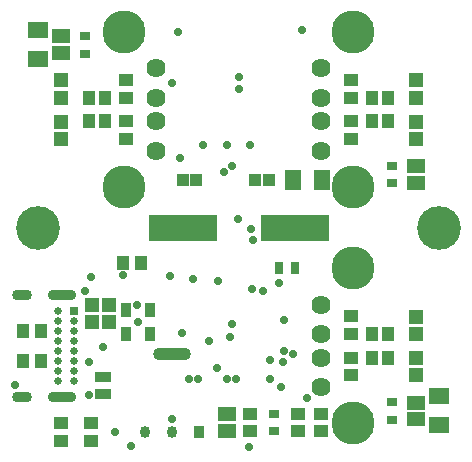
<source format=gbs>
G04*
G04 #@! TF.GenerationSoftware,Altium Limited,Altium Designer,21.0.9 (235)*
G04*
G04 Layer_Color=16711935*
%FSLAX25Y25*%
%MOIN*%
G70*
G04*
G04 #@! TF.SameCoordinates,DF5498ED-4C10-4E6D-B319-6E78A4A4F47C*
G04*
G04*
G04 #@! TF.FilePolarity,Negative*
G04*
G01*
G75*
%ADD19R,0.04737X0.03950*%
%ADD24R,0.03950X0.04540*%
%ADD28C,0.14580*%
%ADD29C,0.06391*%
%ADD30C,0.14383*%
%ADD31C,0.02559*%
%ADD32R,0.02559X0.02559*%
G04:AMPARAMS|DCode=33|XSize=35.43mil|YSize=94.49mil|CornerRadius=17.72mil|HoleSize=0mil|Usage=FLASHONLY|Rotation=270.000|XOffset=0mil|YOffset=0mil|HoleType=Round|Shape=RoundedRectangle|*
%AMROUNDEDRECTD33*
21,1,0.03543,0.05906,0,0,270.0*
21,1,0.00000,0.09449,0,0,270.0*
1,1,0.03543,-0.02953,0.00000*
1,1,0.03543,-0.02953,0.00000*
1,1,0.03543,0.02953,0.00000*
1,1,0.03543,0.02953,0.00000*
%
%ADD33ROUNDEDRECTD33*%
G04:AMPARAMS|DCode=34|XSize=35.43mil|YSize=66.93mil|CornerRadius=17.72mil|HoleSize=0mil|Usage=FLASHONLY|Rotation=270.000|XOffset=0mil|YOffset=0mil|HoleType=Round|Shape=RoundedRectangle|*
%AMROUNDEDRECTD34*
21,1,0.03543,0.03150,0,0,270.0*
21,1,0.00000,0.06693,0,0,270.0*
1,1,0.03543,-0.01575,0.00000*
1,1,0.03543,-0.01575,0.00000*
1,1,0.03543,0.01575,0.00000*
1,1,0.03543,0.01575,0.00000*
%
%ADD34ROUNDEDRECTD34*%
%ADD35C,0.02769*%
%ADD52R,0.05315X0.03740*%
%ADD55R,0.03765X0.04749*%
%ADD56R,0.07103X0.05328*%
%ADD58R,0.03543X0.03150*%
%ADD60R,0.05328X0.07103*%
%ADD62R,0.05151X0.03960*%
G04:AMPARAMS|DCode=63|XSize=39.54mil|YSize=125.28mil|CornerRadius=17.2mil|HoleSize=0mil|Usage=FLASHONLY|Rotation=90.000|XOffset=0mil|YOffset=0mil|HoleType=Round|Shape=RoundedRectangle|*
%AMROUNDEDRECTD63*
21,1,0.03954,0.09088,0,0,90.0*
21,1,0.00514,0.12528,0,0,90.0*
1,1,0.03440,0.04544,0.00257*
1,1,0.03440,0.04544,-0.00257*
1,1,0.03440,-0.04544,-0.00257*
1,1,0.03440,-0.04544,0.00257*
%
%ADD63ROUNDEDRECTD63*%
G04:AMPARAMS|DCode=64|XSize=39.54mil|YSize=34.34mil|CornerRadius=17.17mil|HoleSize=0mil|Usage=FLASHONLY|Rotation=90.000|XOffset=0mil|YOffset=0mil|HoleType=Round|Shape=RoundedRectangle|*
%AMROUNDEDRECTD64*
21,1,0.03954,0.00000,0,0,90.0*
21,1,0.00520,0.03434,0,0,90.0*
1,1,0.03434,0.00000,0.00260*
1,1,0.03434,0.00000,-0.00260*
1,1,0.03434,0.00000,-0.00260*
1,1,0.03434,0.00000,0.00260*
%
%ADD64ROUNDEDRECTD64*%
%ADD65R,0.03434X0.03954*%
%ADD67R,0.04540X0.04934*%
%ADD68R,0.04147X0.04147*%
%ADD69R,0.03950X0.04737*%
%ADD70R,0.03162X0.03950*%
%ADD71R,0.06115X0.05131*%
%ADD72R,0.04934X0.04540*%
%ADD73R,0.22847X0.09068*%
D19*
X98425Y10827D02*
D03*
Y16732D02*
D03*
X106299Y16732D02*
D03*
Y10827D02*
D03*
X41339Y108268D02*
D03*
Y114173D02*
D03*
Y127953D02*
D03*
Y122047D02*
D03*
X116142Y35433D02*
D03*
Y29528D02*
D03*
X116142Y43307D02*
D03*
Y49213D02*
D03*
Y122047D02*
D03*
Y127953D02*
D03*
Y114173D02*
D03*
Y108268D02*
D03*
X82677Y16732D02*
D03*
Y10827D02*
D03*
D24*
X34154Y122047D02*
D03*
X28839D02*
D03*
X34154Y114173D02*
D03*
X28839D02*
D03*
X128642Y35433D02*
D03*
X123327D02*
D03*
X128642Y43307D02*
D03*
X123327D02*
D03*
X128642Y122047D02*
D03*
X123327D02*
D03*
X128642Y114173D02*
D03*
X123327D02*
D03*
D28*
X145669Y78740D02*
D03*
X11811D02*
D03*
D29*
X51142Y114173D02*
D03*
Y122047D02*
D03*
Y104331D02*
D03*
Y131890D02*
D03*
X106339Y122047D02*
D03*
Y114173D02*
D03*
Y131890D02*
D03*
Y104331D02*
D03*
Y43307D02*
D03*
Y35433D02*
D03*
Y53150D02*
D03*
Y25591D02*
D03*
D30*
X40472Y143976D02*
D03*
Y92244D02*
D03*
X117008D02*
D03*
Y143976D02*
D03*
Y13504D02*
D03*
Y65236D02*
D03*
D31*
X18406Y51083D02*
D03*
Y47736D02*
D03*
Y44390D02*
D03*
Y41043D02*
D03*
Y37697D02*
D03*
Y34350D02*
D03*
Y31004D02*
D03*
Y27657D02*
D03*
X23720D02*
D03*
Y31004D02*
D03*
Y34350D02*
D03*
Y37697D02*
D03*
Y41043D02*
D03*
Y44390D02*
D03*
Y47736D02*
D03*
D32*
Y51083D02*
D03*
D33*
X19862Y22343D02*
D03*
Y56398D02*
D03*
D34*
X6555Y22343D02*
D03*
Y56398D02*
D03*
D35*
X83268Y58252D02*
D03*
X28839Y33858D02*
D03*
X82185Y5709D02*
D03*
X92716Y25591D02*
D03*
X27461Y57579D02*
D03*
X45177Y47244D02*
D03*
X44833Y53150D02*
D03*
X42717Y6102D02*
D03*
X101673Y21850D02*
D03*
X96949Y36811D02*
D03*
X86811Y57776D02*
D03*
X83366Y74508D02*
D03*
X99902Y144488D02*
D03*
X82858Y78319D02*
D03*
X76575Y99311D02*
D03*
X73819Y97441D02*
D03*
X58465Y143898D02*
D03*
X56595Y126870D02*
D03*
X59252Y101969D02*
D03*
X78740Y128839D02*
D03*
X78937Y125098D02*
D03*
X28839Y23031D02*
D03*
X33661Y39075D02*
D03*
X78543Y81693D02*
D03*
X82677Y106398D02*
D03*
X74803D02*
D03*
X66929D02*
D03*
X4331Y26181D02*
D03*
X68996Y41043D02*
D03*
X76673Y46555D02*
D03*
X62205Y28248D02*
D03*
X93602Y33957D02*
D03*
X93701Y47835D02*
D03*
X71653Y31988D02*
D03*
X63583Y61811D02*
D03*
X92323Y60335D02*
D03*
X71752Y61024D02*
D03*
X75787Y42224D02*
D03*
X55709Y62598D02*
D03*
X40354Y63090D02*
D03*
X29503Y62303D02*
D03*
X37442Y10640D02*
D03*
X56496Y14961D02*
D03*
X93701Y37795D02*
D03*
X89075Y28346D02*
D03*
X59734Y43494D02*
D03*
X74803Y28248D02*
D03*
X77953D02*
D03*
X65354D02*
D03*
X89075Y34646D02*
D03*
D52*
X33661Y29134D02*
D03*
Y23228D02*
D03*
D55*
X49311Y51181D02*
D03*
X41240D02*
D03*
X49311Y43307D02*
D03*
X41240D02*
D03*
D56*
X11811Y134939D02*
D03*
Y144588D02*
D03*
X145669Y22541D02*
D03*
Y12892D02*
D03*
D58*
X27559Y136811D02*
D03*
Y142717D02*
D03*
X129921Y99410D02*
D03*
Y93504D02*
D03*
X129921Y20669D02*
D03*
Y14764D02*
D03*
X90551Y10827D02*
D03*
Y16732D02*
D03*
D60*
X106399Y94488D02*
D03*
X96750D02*
D03*
D62*
X29528Y7771D02*
D03*
Y13489D02*
D03*
X19685Y7771D02*
D03*
Y13489D02*
D03*
D63*
X56398Y36595D02*
D03*
D64*
X47382Y10650D02*
D03*
X56398D02*
D03*
D65*
X65413D02*
D03*
D67*
X35531Y53150D02*
D03*
X29823D02*
D03*
X35531Y47244D02*
D03*
X29823D02*
D03*
D68*
X84350Y94488D02*
D03*
X88878D02*
D03*
X64567D02*
D03*
X60039D02*
D03*
D69*
X12795Y44390D02*
D03*
X6890D02*
D03*
X12795Y34350D02*
D03*
X6890D02*
D03*
X46260Y66929D02*
D03*
X40354D02*
D03*
D70*
X92323Y65236D02*
D03*
X97441D02*
D03*
D71*
X19685Y142520D02*
D03*
Y137008D02*
D03*
X137795Y93701D02*
D03*
Y99213D02*
D03*
Y14961D02*
D03*
Y20472D02*
D03*
X74803Y11024D02*
D03*
Y16535D02*
D03*
D72*
X19685Y114075D02*
D03*
Y108366D02*
D03*
Y122146D02*
D03*
Y127854D02*
D03*
X137795Y29626D02*
D03*
Y35335D02*
D03*
Y49114D02*
D03*
Y43406D02*
D03*
Y127854D02*
D03*
Y122146D02*
D03*
Y108366D02*
D03*
Y114075D02*
D03*
D73*
X97441Y78740D02*
D03*
X60039D02*
D03*
M02*

</source>
